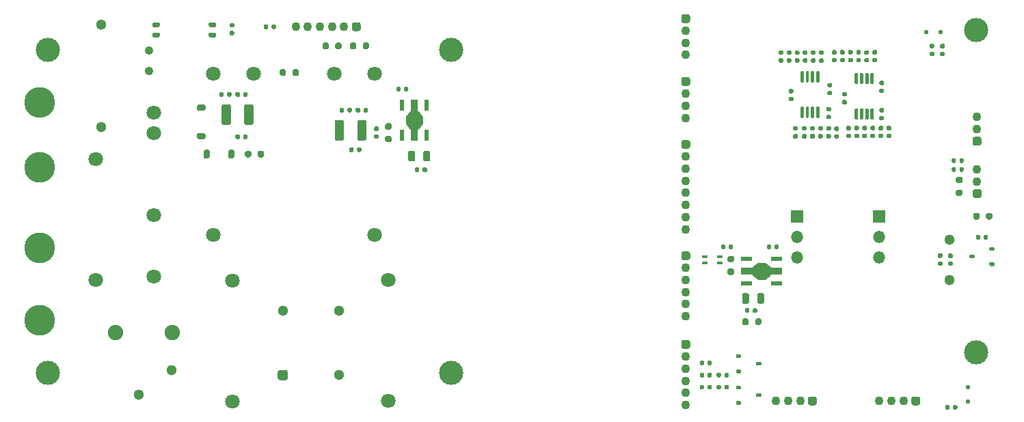
<source format=gbr>
G04 #@! TF.GenerationSoftware,KiCad,Pcbnew,(5.1.6)-1*
G04 #@! TF.CreationDate,2020-08-17T10:20:03+09:00*
G04 #@! TF.ProjectId,spot,73706f74-2e6b-4696-9361-645f70636258,rev?*
G04 #@! TF.SameCoordinates,PX1312d00PYb532b80*
G04 #@! TF.FileFunction,Soldermask,Bot*
G04 #@! TF.FilePolarity,Negative*
%FSLAX46Y46*%
G04 Gerber Fmt 4.6, Leading zero omitted, Abs format (unit mm)*
G04 Created by KiCad (PCBNEW (5.1.6)-1) date 2020-08-17 10:20:03*
%MOMM*%
%LPD*%
G01*
G04 APERTURE LIST*
%ADD10C,0.010000*%
%ADD11C,3.800000*%
%ADD12R,1.400000X0.600000*%
%ADD13R,5.100000X0.900000*%
%ADD14C,1.100000*%
%ADD15C,1.300000*%
%ADD16C,1.800000*%
%ADD17C,3.000000*%
%ADD18R,0.600000X1.400000*%
%ADD19R,0.900000X5.100000*%
%ADD20C,1.900000*%
%ADD21C,1.050000*%
%ADD22C,0.550000*%
%ADD23O,1.500000X1.500000*%
%ADD24R,1.500000X1.500000*%
G04 APERTURE END LIST*
D10*
G36*
X92000000Y17100000D02*
G01*
X92800000Y17100000D01*
X93500000Y17600000D01*
X93500000Y18600000D01*
X92800000Y19100000D01*
X92000000Y19100000D01*
X91300000Y18600000D01*
X91300000Y17600000D01*
X92000000Y17100000D01*
G37*
X92000000Y17100000D02*
X92800000Y17100000D01*
X93500000Y17600000D01*
X93500000Y18600000D01*
X92800000Y19100000D01*
X92000000Y19100000D01*
X91300000Y18600000D01*
X91300000Y17600000D01*
X92000000Y17100000D01*
G36*
X50400000Y36400000D02*
G01*
X50400000Y37200000D01*
X49900000Y37900000D01*
X48900000Y37900000D01*
X48400000Y37200000D01*
X48400000Y36400000D01*
X48900000Y35700000D01*
X49900000Y35700000D01*
X50400000Y36400000D01*
G37*
X50400000Y36400000D02*
X50400000Y37200000D01*
X49900000Y37900000D01*
X48900000Y37900000D01*
X48400000Y37200000D01*
X48400000Y36400000D01*
X48900000Y35700000D01*
X49900000Y35700000D01*
X50400000Y36400000D01*
D11*
X3000000Y31000000D03*
X3000000Y12000000D03*
X3000000Y39000000D03*
X3000000Y21000000D03*
G36*
G01*
X90800000Y12031250D02*
X90800000Y11568750D01*
G75*
G02*
X90606250Y11375000I-193750J0D01*
G01*
X90218750Y11375000D01*
G75*
G02*
X90025000Y11568750I0J193750D01*
G01*
X90025000Y12031250D01*
G75*
G02*
X90218750Y12225000I193750J0D01*
G01*
X90606250Y12225000D01*
G75*
G02*
X90800000Y12031250I0J-193750D01*
G01*
G37*
G36*
G01*
X92375000Y12031250D02*
X92375000Y11568750D01*
G75*
G02*
X92181250Y11375000I-193750J0D01*
G01*
X91793750Y11375000D01*
G75*
G02*
X91600000Y11568750I0J193750D01*
G01*
X91600000Y12031250D01*
G75*
G02*
X91793750Y12225000I193750J0D01*
G01*
X92181250Y12225000D01*
G75*
G02*
X92375000Y12031250I0J-193750D01*
G01*
G37*
D12*
X90550000Y19600000D03*
X90550000Y16600000D03*
X94250000Y16600000D03*
X94250000Y19600000D03*
D13*
X92400000Y18100000D03*
G36*
G01*
X93045000Y20940000D02*
X93045000Y21260000D01*
G75*
G02*
X93180000Y21395000I135000J0D01*
G01*
X93450000Y21395000D01*
G75*
G02*
X93585000Y21260000I0J-135000D01*
G01*
X93585000Y20940000D01*
G75*
G02*
X93450000Y20805000I-135000J0D01*
G01*
X93180000Y20805000D01*
G75*
G02*
X93045000Y20940000I0J135000D01*
G01*
G37*
G36*
G01*
X94015000Y20940000D02*
X94015000Y21260000D01*
G75*
G02*
X94150000Y21395000I135000J0D01*
G01*
X94420000Y21395000D01*
G75*
G02*
X94555000Y21260000I0J-135000D01*
G01*
X94555000Y20940000D01*
G75*
G02*
X94420000Y20805000I-135000J0D01*
G01*
X94150000Y20805000D01*
G75*
G02*
X94015000Y20940000I0J135000D01*
G01*
G37*
D14*
X107000000Y2000000D03*
G36*
G01*
X112050000Y2275000D02*
X112050000Y1725000D01*
G75*
G02*
X111775000Y1450000I-275000J0D01*
G01*
X111225000Y1450000D01*
G75*
G02*
X110950000Y1725000I0J275000D01*
G01*
X110950000Y2275000D01*
G75*
G02*
X111225000Y2550000I275000J0D01*
G01*
X111775000Y2550000D01*
G75*
G02*
X112050000Y2275000I0J-275000D01*
G01*
G37*
X110000000Y2000000D03*
X108500000Y2000000D03*
G36*
G01*
X85637500Y18925000D02*
X85112500Y18925000D01*
G75*
G02*
X85025000Y19012500I0J87500D01*
G01*
X85025000Y19187500D01*
G75*
G02*
X85112500Y19275000I87500J0D01*
G01*
X85637500Y19275000D01*
G75*
G02*
X85725000Y19187500I0J-87500D01*
G01*
X85725000Y19012500D01*
G75*
G02*
X85637500Y18925000I-87500J0D01*
G01*
G37*
G36*
G01*
X85637500Y19725000D02*
X85112500Y19725000D01*
G75*
G02*
X85025000Y19812500I0J87500D01*
G01*
X85025000Y19987500D01*
G75*
G02*
X85112500Y20075000I87500J0D01*
G01*
X85637500Y20075000D01*
G75*
G02*
X85725000Y19987500I0J-87500D01*
G01*
X85725000Y19812500D01*
G75*
G02*
X85637500Y19725000I-87500J0D01*
G01*
G37*
G36*
G01*
X87487500Y18925000D02*
X86962500Y18925000D01*
G75*
G02*
X86875000Y19012500I0J87500D01*
G01*
X86875000Y19187500D01*
G75*
G02*
X86962500Y19275000I87500J0D01*
G01*
X87487500Y19275000D01*
G75*
G02*
X87575000Y19187500I0J-87500D01*
G01*
X87575000Y19012500D01*
G75*
G02*
X87487500Y18925000I-87500J0D01*
G01*
G37*
G36*
G01*
X87487500Y19725000D02*
X86962500Y19725000D01*
G75*
G02*
X86875000Y19812500I0J87500D01*
G01*
X86875000Y19987500D01*
G75*
G02*
X86962500Y20075000I87500J0D01*
G01*
X87487500Y20075000D01*
G75*
G02*
X87575000Y19987500I0J-87500D01*
G01*
X87575000Y19812500D01*
G75*
G02*
X87487500Y19725000I-87500J0D01*
G01*
G37*
G36*
G01*
X22450000Y34662500D02*
X22450000Y35037500D01*
G75*
G02*
X22637500Y35225000I187500J0D01*
G01*
X23362500Y35225000D01*
G75*
G02*
X23550000Y35037500I0J-187500D01*
G01*
X23550000Y34662500D01*
G75*
G02*
X23362500Y34475000I-187500J0D01*
G01*
X22637500Y34475000D01*
G75*
G02*
X22450000Y34662500I0J187500D01*
G01*
G37*
G36*
G01*
X23550000Y38537500D02*
X23550000Y38162500D01*
G75*
G02*
X23362500Y37975000I-187500J0D01*
G01*
X22637500Y37975000D01*
G75*
G02*
X22450000Y38162500I0J187500D01*
G01*
X22450000Y38537500D01*
G75*
G02*
X22637500Y38725000I187500J0D01*
G01*
X23362500Y38725000D01*
G75*
G02*
X23550000Y38537500I0J-187500D01*
G01*
G37*
G36*
G01*
X88368750Y18400000D02*
X88831250Y18400000D01*
G75*
G02*
X89025000Y18206250I0J-193750D01*
G01*
X89025000Y17818750D01*
G75*
G02*
X88831250Y17625000I-193750J0D01*
G01*
X88368750Y17625000D01*
G75*
G02*
X88175000Y17818750I0J193750D01*
G01*
X88175000Y18206250D01*
G75*
G02*
X88368750Y18400000I193750J0D01*
G01*
G37*
G36*
G01*
X88368750Y19975000D02*
X88831250Y19975000D01*
G75*
G02*
X89025000Y19781250I0J-193750D01*
G01*
X89025000Y19393750D01*
G75*
G02*
X88831250Y19200000I-193750J0D01*
G01*
X88368750Y19200000D01*
G75*
G02*
X88175000Y19393750I0J193750D01*
G01*
X88175000Y19781250D01*
G75*
G02*
X88368750Y19975000I193750J0D01*
G01*
G37*
G36*
G01*
X88870000Y21260000D02*
X88870000Y20940000D01*
G75*
G02*
X88735000Y20805000I-135000J0D01*
G01*
X88465000Y20805000D01*
G75*
G02*
X88330000Y20940000I0J135000D01*
G01*
X88330000Y21260000D01*
G75*
G02*
X88465000Y21395000I135000J0D01*
G01*
X88735000Y21395000D01*
G75*
G02*
X88870000Y21260000I0J-135000D01*
G01*
G37*
G36*
G01*
X87900000Y21260000D02*
X87900000Y20940000D01*
G75*
G02*
X87765000Y20805000I-135000J0D01*
G01*
X87495000Y20805000D01*
G75*
G02*
X87360000Y20940000I0J135000D01*
G01*
X87360000Y21260000D01*
G75*
G02*
X87495000Y21395000I135000J0D01*
G01*
X87765000Y21395000D01*
G75*
G02*
X87900000Y21260000I0J-135000D01*
G01*
G37*
G36*
G01*
X90345000Y13040000D02*
X90345000Y13360000D01*
G75*
G02*
X90480000Y13495000I135000J0D01*
G01*
X90750000Y13495000D01*
G75*
G02*
X90885000Y13360000I0J-135000D01*
G01*
X90885000Y13040000D01*
G75*
G02*
X90750000Y12905000I-135000J0D01*
G01*
X90480000Y12905000D01*
G75*
G02*
X90345000Y13040000I0J135000D01*
G01*
G37*
G36*
G01*
X91315000Y13040000D02*
X91315000Y13360000D01*
G75*
G02*
X91450000Y13495000I135000J0D01*
G01*
X91720000Y13495000D01*
G75*
G02*
X91855000Y13360000I0J-135000D01*
G01*
X91855000Y13040000D01*
G75*
G02*
X91720000Y12905000I-135000J0D01*
G01*
X91450000Y12905000D01*
G75*
G02*
X91315000Y13040000I0J135000D01*
G01*
G37*
G36*
G01*
X89987500Y14268750D02*
X89987500Y15131250D01*
G75*
G02*
X90206250Y15350000I218750J0D01*
G01*
X90643750Y15350000D01*
G75*
G02*
X90862500Y15131250I0J-218750D01*
G01*
X90862500Y14268750D01*
G75*
G02*
X90643750Y14050000I-218750J0D01*
G01*
X90206250Y14050000D01*
G75*
G02*
X89987500Y14268750I0J218750D01*
G01*
G37*
G36*
G01*
X91862500Y14268750D02*
X91862500Y15131250D01*
G75*
G02*
X92081250Y15350000I218750J0D01*
G01*
X92518750Y15350000D01*
G75*
G02*
X92737500Y15131250I0J-218750D01*
G01*
X92737500Y14268750D01*
G75*
G02*
X92518750Y14050000I-218750J0D01*
G01*
X92081250Y14050000D01*
G75*
G02*
X91862500Y14268750I0J218750D01*
G01*
G37*
X119100000Y37200000D03*
X119100000Y35700000D03*
G36*
G01*
X119375000Y33650000D02*
X118825000Y33650000D01*
G75*
G02*
X118550000Y33925000I0J275000D01*
G01*
X118550000Y34475000D01*
G75*
G02*
X118825000Y34750000I275000J0D01*
G01*
X119375000Y34750000D01*
G75*
G02*
X119650000Y34475000I0J-275000D01*
G01*
X119650000Y33925000D01*
G75*
G02*
X119375000Y33650000I-275000J0D01*
G01*
G37*
G36*
G01*
X119400000Y25131250D02*
X119400000Y24668750D01*
G75*
G02*
X119206250Y24475000I-193750J0D01*
G01*
X118818750Y24475000D01*
G75*
G02*
X118625000Y24668750I0J193750D01*
G01*
X118625000Y25131250D01*
G75*
G02*
X118818750Y25325000I193750J0D01*
G01*
X119206250Y25325000D01*
G75*
G02*
X119400000Y25131250I0J-193750D01*
G01*
G37*
G36*
G01*
X120975000Y25131250D02*
X120975000Y24668750D01*
G75*
G02*
X120781250Y24475000I-193750J0D01*
G01*
X120393750Y24475000D01*
G75*
G02*
X120200000Y24668750I0J193750D01*
G01*
X120200000Y25131250D01*
G75*
G02*
X120393750Y25325000I193750J0D01*
G01*
X120781250Y25325000D01*
G75*
G02*
X120975000Y25131250I0J-193750D01*
G01*
G37*
X34700000Y48400000D03*
X36200000Y48400000D03*
X37700000Y48400000D03*
G36*
G01*
X42750000Y48675000D02*
X42750000Y48125000D01*
G75*
G02*
X42475000Y47850000I-275000J0D01*
G01*
X41925000Y47850000D01*
G75*
G02*
X41650000Y48125000I0J275000D01*
G01*
X41650000Y48675000D01*
G75*
G02*
X41925000Y48950000I275000J0D01*
G01*
X42475000Y48950000D01*
G75*
G02*
X42750000Y48675000I0J-275000D01*
G01*
G37*
X40700000Y48400000D03*
X39200000Y48400000D03*
X119100000Y30700000D03*
X119100000Y29200000D03*
G36*
G01*
X119375000Y27150000D02*
X118825000Y27150000D01*
G75*
G02*
X118550000Y27425000I0J275000D01*
G01*
X118550000Y27975000D01*
G75*
G02*
X118825000Y28250000I275000J0D01*
G01*
X119375000Y28250000D01*
G75*
G02*
X119650000Y27975000I0J-275000D01*
G01*
X119650000Y27425000D01*
G75*
G02*
X119375000Y27150000I-275000J0D01*
G01*
G37*
D15*
X10600000Y35950000D03*
X10600000Y48650000D03*
D16*
X9900000Y17000000D03*
X9900000Y32000000D03*
G36*
G01*
X23925000Y47227500D02*
X23925000Y47502500D01*
G75*
G02*
X24062500Y47640000I137500J0D01*
G01*
X24737500Y47640000D01*
G75*
G02*
X24875000Y47502500I0J-137500D01*
G01*
X24875000Y47227500D01*
G75*
G02*
X24737500Y47090000I-137500J0D01*
G01*
X24062500Y47090000D01*
G75*
G02*
X23925000Y47227500I0J137500D01*
G01*
G37*
G36*
G01*
X16925000Y48497500D02*
X16925000Y48772500D01*
G75*
G02*
X17062500Y48910000I137500J0D01*
G01*
X17737500Y48910000D01*
G75*
G02*
X17875000Y48772500I0J-137500D01*
G01*
X17875000Y48497500D01*
G75*
G02*
X17737500Y48360000I-137500J0D01*
G01*
X17062500Y48360000D01*
G75*
G02*
X16925000Y48497500I0J137500D01*
G01*
G37*
G36*
G01*
X16925000Y47227500D02*
X16925000Y47502500D01*
G75*
G02*
X17062500Y47640000I137500J0D01*
G01*
X17737500Y47640000D01*
G75*
G02*
X17875000Y47502500I0J-137500D01*
G01*
X17875000Y47227500D01*
G75*
G02*
X17737500Y47090000I-137500J0D01*
G01*
X17062500Y47090000D01*
G75*
G02*
X16925000Y47227500I0J137500D01*
G01*
G37*
G36*
G01*
X23925000Y48497500D02*
X23925000Y48772500D01*
G75*
G02*
X24062500Y48910000I137500J0D01*
G01*
X24737500Y48910000D01*
G75*
G02*
X24875000Y48772500I0J-137500D01*
G01*
X24875000Y48497500D01*
G75*
G02*
X24737500Y48360000I-137500J0D01*
G01*
X24062500Y48360000D01*
G75*
G02*
X23925000Y48497500I0J137500D01*
G01*
G37*
G36*
G01*
X26960000Y47345000D02*
X26640000Y47345000D01*
G75*
G02*
X26505000Y47480000I0J135000D01*
G01*
X26505000Y47750000D01*
G75*
G02*
X26640000Y47885000I135000J0D01*
G01*
X26960000Y47885000D01*
G75*
G02*
X27095000Y47750000I0J-135000D01*
G01*
X27095000Y47480000D01*
G75*
G02*
X26960000Y47345000I-135000J0D01*
G01*
G37*
G36*
G01*
X26960000Y48315000D02*
X26640000Y48315000D01*
G75*
G02*
X26505000Y48450000I0J135000D01*
G01*
X26505000Y48720000D01*
G75*
G02*
X26640000Y48855000I135000J0D01*
G01*
X26960000Y48855000D01*
G75*
G02*
X27095000Y48720000I0J-135000D01*
G01*
X27095000Y48450000D01*
G75*
G02*
X26960000Y48315000I-135000J0D01*
G01*
G37*
D17*
X119000000Y48000000D03*
X119000000Y8000000D03*
X54000000Y5500000D03*
X4000000Y45500000D03*
X54000000Y45500000D03*
X4000000Y5500000D03*
G36*
G01*
X29475000Y38545000D02*
X29475000Y36455000D01*
G75*
G02*
X29245000Y36225000I-230000J0D01*
G01*
X28555000Y36225000D01*
G75*
G02*
X28325000Y36455000I0J230000D01*
G01*
X28325000Y38545000D01*
G75*
G02*
X28555000Y38775000I230000J0D01*
G01*
X29245000Y38775000D01*
G75*
G02*
X29475000Y38545000I0J-230000D01*
G01*
G37*
G36*
G01*
X26675000Y38545000D02*
X26675000Y36455000D01*
G75*
G02*
X26445000Y36225000I-230000J0D01*
G01*
X25755000Y36225000D01*
G75*
G02*
X25525000Y36455000I0J230000D01*
G01*
X25525000Y38545000D01*
G75*
G02*
X25755000Y38775000I230000J0D01*
G01*
X26445000Y38775000D01*
G75*
G02*
X26675000Y38545000I0J-230000D01*
G01*
G37*
G36*
G01*
X43475000Y36595000D02*
X43475000Y34505000D01*
G75*
G02*
X43245000Y34275000I-230000J0D01*
G01*
X42555000Y34275000D01*
G75*
G02*
X42325000Y34505000I0J230000D01*
G01*
X42325000Y36595000D01*
G75*
G02*
X42555000Y36825000I230000J0D01*
G01*
X43245000Y36825000D01*
G75*
G02*
X43475000Y36595000I0J-230000D01*
G01*
G37*
G36*
G01*
X40675000Y36595000D02*
X40675000Y34505000D01*
G75*
G02*
X40445000Y34275000I-230000J0D01*
G01*
X39755000Y34275000D01*
G75*
G02*
X39525000Y34505000I0J230000D01*
G01*
X39525000Y36595000D01*
G75*
G02*
X39755000Y36825000I230000J0D01*
G01*
X40445000Y36825000D01*
G75*
G02*
X40675000Y36595000I0J-230000D01*
G01*
G37*
D15*
X19300000Y5800000D03*
X15300000Y2800000D03*
G36*
G01*
X103950000Y36975000D02*
X103950000Y38175000D01*
G75*
G02*
X104050000Y38275000I100000J0D01*
G01*
X104250000Y38275000D01*
G75*
G02*
X104350000Y38175000I0J-100000D01*
G01*
X104350000Y36975000D01*
G75*
G02*
X104250000Y36875000I-100000J0D01*
G01*
X104050000Y36875000D01*
G75*
G02*
X103950000Y36975000I0J100000D01*
G01*
G37*
G36*
G01*
X104600000Y41375000D02*
X104600000Y42575000D01*
G75*
G02*
X104700000Y42675000I100000J0D01*
G01*
X104900000Y42675000D01*
G75*
G02*
X105000000Y42575000I0J-100000D01*
G01*
X105000000Y41375000D01*
G75*
G02*
X104900000Y41275000I-100000J0D01*
G01*
X104700000Y41275000D01*
G75*
G02*
X104600000Y41375000I0J100000D01*
G01*
G37*
G36*
G01*
X105250000Y41375000D02*
X105250000Y42575000D01*
G75*
G02*
X105350000Y42675000I100000J0D01*
G01*
X105550000Y42675000D01*
G75*
G02*
X105650000Y42575000I0J-100000D01*
G01*
X105650000Y41375000D01*
G75*
G02*
X105550000Y41275000I-100000J0D01*
G01*
X105350000Y41275000D01*
G75*
G02*
X105250000Y41375000I0J100000D01*
G01*
G37*
G36*
G01*
X105250000Y36975000D02*
X105250000Y38175000D01*
G75*
G02*
X105350000Y38275000I100000J0D01*
G01*
X105550000Y38275000D01*
G75*
G02*
X105650000Y38175000I0J-100000D01*
G01*
X105650000Y36975000D01*
G75*
G02*
X105550000Y36875000I-100000J0D01*
G01*
X105350000Y36875000D01*
G75*
G02*
X105250000Y36975000I0J100000D01*
G01*
G37*
G36*
G01*
X103950000Y41375000D02*
X103950000Y42575000D01*
G75*
G02*
X104050000Y42675000I100000J0D01*
G01*
X104250000Y42675000D01*
G75*
G02*
X104350000Y42575000I0J-100000D01*
G01*
X104350000Y41375000D01*
G75*
G02*
X104250000Y41275000I-100000J0D01*
G01*
X104050000Y41275000D01*
G75*
G02*
X103950000Y41375000I0J100000D01*
G01*
G37*
G36*
G01*
X105900000Y36975000D02*
X105900000Y38175000D01*
G75*
G02*
X106000000Y38275000I100000J0D01*
G01*
X106200000Y38275000D01*
G75*
G02*
X106300000Y38175000I0J-100000D01*
G01*
X106300000Y36975000D01*
G75*
G02*
X106200000Y36875000I-100000J0D01*
G01*
X106000000Y36875000D01*
G75*
G02*
X105900000Y36975000I0J100000D01*
G01*
G37*
G36*
G01*
X105900000Y41375000D02*
X105900000Y42575000D01*
G75*
G02*
X106000000Y42675000I100000J0D01*
G01*
X106200000Y42675000D01*
G75*
G02*
X106300000Y42575000I0J-100000D01*
G01*
X106300000Y41375000D01*
G75*
G02*
X106200000Y41275000I-100000J0D01*
G01*
X106000000Y41275000D01*
G75*
G02*
X105900000Y41375000I0J100000D01*
G01*
G37*
G36*
G01*
X104600000Y36975000D02*
X104600000Y38175000D01*
G75*
G02*
X104700000Y38275000I100000J0D01*
G01*
X104900000Y38275000D01*
G75*
G02*
X105000000Y38175000I0J-100000D01*
G01*
X105000000Y36975000D01*
G75*
G02*
X104900000Y36875000I-100000J0D01*
G01*
X104700000Y36875000D01*
G75*
G02*
X104600000Y36975000I0J100000D01*
G01*
G37*
G36*
G01*
X97230000Y37190000D02*
X97230000Y38390000D01*
G75*
G02*
X97330000Y38490000I100000J0D01*
G01*
X97530000Y38490000D01*
G75*
G02*
X97630000Y38390000I0J-100000D01*
G01*
X97630000Y37190000D01*
G75*
G02*
X97530000Y37090000I-100000J0D01*
G01*
X97330000Y37090000D01*
G75*
G02*
X97230000Y37190000I0J100000D01*
G01*
G37*
G36*
G01*
X97880000Y41590000D02*
X97880000Y42790000D01*
G75*
G02*
X97980000Y42890000I100000J0D01*
G01*
X98180000Y42890000D01*
G75*
G02*
X98280000Y42790000I0J-100000D01*
G01*
X98280000Y41590000D01*
G75*
G02*
X98180000Y41490000I-100000J0D01*
G01*
X97980000Y41490000D01*
G75*
G02*
X97880000Y41590000I0J100000D01*
G01*
G37*
G36*
G01*
X98530000Y41590000D02*
X98530000Y42790000D01*
G75*
G02*
X98630000Y42890000I100000J0D01*
G01*
X98830000Y42890000D01*
G75*
G02*
X98930000Y42790000I0J-100000D01*
G01*
X98930000Y41590000D01*
G75*
G02*
X98830000Y41490000I-100000J0D01*
G01*
X98630000Y41490000D01*
G75*
G02*
X98530000Y41590000I0J100000D01*
G01*
G37*
G36*
G01*
X98530000Y37190000D02*
X98530000Y38390000D01*
G75*
G02*
X98630000Y38490000I100000J0D01*
G01*
X98830000Y38490000D01*
G75*
G02*
X98930000Y38390000I0J-100000D01*
G01*
X98930000Y37190000D01*
G75*
G02*
X98830000Y37090000I-100000J0D01*
G01*
X98630000Y37090000D01*
G75*
G02*
X98530000Y37190000I0J100000D01*
G01*
G37*
G36*
G01*
X97230000Y41590000D02*
X97230000Y42790000D01*
G75*
G02*
X97330000Y42890000I100000J0D01*
G01*
X97530000Y42890000D01*
G75*
G02*
X97630000Y42790000I0J-100000D01*
G01*
X97630000Y41590000D01*
G75*
G02*
X97530000Y41490000I-100000J0D01*
G01*
X97330000Y41490000D01*
G75*
G02*
X97230000Y41590000I0J100000D01*
G01*
G37*
G36*
G01*
X99180000Y37190000D02*
X99180000Y38390000D01*
G75*
G02*
X99280000Y38490000I100000J0D01*
G01*
X99480000Y38490000D01*
G75*
G02*
X99580000Y38390000I0J-100000D01*
G01*
X99580000Y37190000D01*
G75*
G02*
X99480000Y37090000I-100000J0D01*
G01*
X99280000Y37090000D01*
G75*
G02*
X99180000Y37190000I0J100000D01*
G01*
G37*
G36*
G01*
X99180000Y41590000D02*
X99180000Y42790000D01*
G75*
G02*
X99280000Y42890000I100000J0D01*
G01*
X99480000Y42890000D01*
G75*
G02*
X99580000Y42790000I0J-100000D01*
G01*
X99580000Y41590000D01*
G75*
G02*
X99480000Y41490000I-100000J0D01*
G01*
X99280000Y41490000D01*
G75*
G02*
X99180000Y41590000I0J100000D01*
G01*
G37*
G36*
G01*
X97880000Y37190000D02*
X97880000Y38390000D01*
G75*
G02*
X97980000Y38490000I100000J0D01*
G01*
X98180000Y38490000D01*
G75*
G02*
X98280000Y38390000I0J-100000D01*
G01*
X98280000Y37190000D01*
G75*
G02*
X98180000Y37090000I-100000J0D01*
G01*
X97980000Y37090000D01*
G75*
G02*
X97880000Y37190000I0J100000D01*
G01*
G37*
G36*
G01*
X120737500Y19175000D02*
X121162500Y19175000D01*
G75*
G02*
X121275000Y19062500I0J-112500D01*
G01*
X121275000Y18837500D01*
G75*
G02*
X121162500Y18725000I-112500J0D01*
G01*
X120737500Y18725000D01*
G75*
G02*
X120625000Y18837500I0J112500D01*
G01*
X120625000Y19062500D01*
G75*
G02*
X120737500Y19175000I112500J0D01*
G01*
G37*
G36*
G01*
X120737500Y21075000D02*
X121162500Y21075000D01*
G75*
G02*
X121275000Y20962500I0J-112500D01*
G01*
X121275000Y20737500D01*
G75*
G02*
X121162500Y20625000I-112500J0D01*
G01*
X120737500Y20625000D01*
G75*
G02*
X120625000Y20737500I0J112500D01*
G01*
X120625000Y20962500D01*
G75*
G02*
X120737500Y21075000I112500J0D01*
G01*
G37*
G36*
G01*
X118237500Y20125000D02*
X118662500Y20125000D01*
G75*
G02*
X118775000Y20012500I0J-112500D01*
G01*
X118775000Y19787500D01*
G75*
G02*
X118662500Y19675000I-112500J0D01*
G01*
X118237500Y19675000D01*
G75*
G02*
X118125000Y19787500I0J112500D01*
G01*
X118125000Y20012500D01*
G75*
G02*
X118237500Y20125000I112500J0D01*
G01*
G37*
G36*
G01*
X89762500Y3425000D02*
X89337500Y3425000D01*
G75*
G02*
X89225000Y3537500I0J112500D01*
G01*
X89225000Y3762500D01*
G75*
G02*
X89337500Y3875000I112500J0D01*
G01*
X89762500Y3875000D01*
G75*
G02*
X89875000Y3762500I0J-112500D01*
G01*
X89875000Y3537500D01*
G75*
G02*
X89762500Y3425000I-112500J0D01*
G01*
G37*
G36*
G01*
X89762500Y1525000D02*
X89337500Y1525000D01*
G75*
G02*
X89225000Y1637500I0J112500D01*
G01*
X89225000Y1862500D01*
G75*
G02*
X89337500Y1975000I112500J0D01*
G01*
X89762500Y1975000D01*
G75*
G02*
X89875000Y1862500I0J-112500D01*
G01*
X89875000Y1637500D01*
G75*
G02*
X89762500Y1525000I-112500J0D01*
G01*
G37*
G36*
G01*
X92262500Y2475000D02*
X91837500Y2475000D01*
G75*
G02*
X91725000Y2587500I0J112500D01*
G01*
X91725000Y2812500D01*
G75*
G02*
X91837500Y2925000I112500J0D01*
G01*
X92262500Y2925000D01*
G75*
G02*
X92375000Y2812500I0J-112500D01*
G01*
X92375000Y2587500D01*
G75*
G02*
X92262500Y2475000I-112500J0D01*
G01*
G37*
G36*
G01*
X89762500Y7325000D02*
X89337500Y7325000D01*
G75*
G02*
X89225000Y7437500I0J112500D01*
G01*
X89225000Y7662500D01*
G75*
G02*
X89337500Y7775000I112500J0D01*
G01*
X89762500Y7775000D01*
G75*
G02*
X89875000Y7662500I0J-112500D01*
G01*
X89875000Y7437500D01*
G75*
G02*
X89762500Y7325000I-112500J0D01*
G01*
G37*
G36*
G01*
X89762500Y5425000D02*
X89337500Y5425000D01*
G75*
G02*
X89225000Y5537500I0J112500D01*
G01*
X89225000Y5762500D01*
G75*
G02*
X89337500Y5875000I112500J0D01*
G01*
X89762500Y5875000D01*
G75*
G02*
X89875000Y5762500I0J-112500D01*
G01*
X89875000Y5537500D01*
G75*
G02*
X89762500Y5425000I-112500J0D01*
G01*
G37*
G36*
G01*
X92262500Y6375000D02*
X91837500Y6375000D01*
G75*
G02*
X91725000Y6487500I0J112500D01*
G01*
X91725000Y6712500D01*
G75*
G02*
X91837500Y6825000I112500J0D01*
G01*
X92262500Y6825000D01*
G75*
G02*
X92375000Y6712500I0J-112500D01*
G01*
X92375000Y6487500D01*
G75*
G02*
X92262500Y6375000I-112500J0D01*
G01*
G37*
D18*
X47900000Y34950000D03*
X50900000Y34950000D03*
X50900000Y38650000D03*
X47900000Y38650000D03*
D19*
X49400000Y36800000D03*
D16*
X24500000Y42600000D03*
X44500000Y42600000D03*
X24500000Y22600000D03*
X39500000Y42600000D03*
X29500000Y42600000D03*
X44500000Y22600000D03*
X17100000Y37750000D03*
X17100000Y35210000D03*
X17100000Y25050000D03*
X17100000Y17430000D03*
D20*
X19400000Y10500000D03*
X12400000Y10500000D03*
D21*
X16500000Y42930000D03*
X16500000Y45470000D03*
D22*
X112800000Y47700000D03*
X114600000Y47700000D03*
X118000000Y3700000D03*
X118000000Y1900000D03*
G36*
G01*
X105260000Y45470000D02*
X105580000Y45470000D01*
G75*
G02*
X105715000Y45335000I0J-135000D01*
G01*
X105715000Y45065000D01*
G75*
G02*
X105580000Y44930000I-135000J0D01*
G01*
X105260000Y44930000D01*
G75*
G02*
X105125000Y45065000I0J135000D01*
G01*
X105125000Y45335000D01*
G75*
G02*
X105260000Y45470000I135000J0D01*
G01*
G37*
G36*
G01*
X105260000Y44500000D02*
X105580000Y44500000D01*
G75*
G02*
X105715000Y44365000I0J-135000D01*
G01*
X105715000Y44095000D01*
G75*
G02*
X105580000Y43960000I-135000J0D01*
G01*
X105260000Y43960000D01*
G75*
G02*
X105125000Y44095000I0J135000D01*
G01*
X105125000Y44365000D01*
G75*
G02*
X105260000Y44500000I135000J0D01*
G01*
G37*
G36*
G01*
X106580000Y43975000D02*
X106260000Y43975000D01*
G75*
G02*
X106125000Y44110000I0J135000D01*
G01*
X106125000Y44380000D01*
G75*
G02*
X106260000Y44515000I135000J0D01*
G01*
X106580000Y44515000D01*
G75*
G02*
X106715000Y44380000I0J-135000D01*
G01*
X106715000Y44110000D01*
G75*
G02*
X106580000Y43975000I-135000J0D01*
G01*
G37*
G36*
G01*
X106580000Y44945000D02*
X106260000Y44945000D01*
G75*
G02*
X106125000Y45080000I0J135000D01*
G01*
X106125000Y45350000D01*
G75*
G02*
X106260000Y45485000I135000J0D01*
G01*
X106580000Y45485000D01*
G75*
G02*
X106715000Y45350000I0J-135000D01*
G01*
X106715000Y45080000D01*
G75*
G02*
X106580000Y44945000I-135000J0D01*
G01*
G37*
G36*
G01*
X102580000Y43975000D02*
X102260000Y43975000D01*
G75*
G02*
X102125000Y44110000I0J135000D01*
G01*
X102125000Y44380000D01*
G75*
G02*
X102260000Y44515000I135000J0D01*
G01*
X102580000Y44515000D01*
G75*
G02*
X102715000Y44380000I0J-135000D01*
G01*
X102715000Y44110000D01*
G75*
G02*
X102580000Y43975000I-135000J0D01*
G01*
G37*
G36*
G01*
X102580000Y44945000D02*
X102260000Y44945000D01*
G75*
G02*
X102125000Y45080000I0J135000D01*
G01*
X102125000Y45350000D01*
G75*
G02*
X102260000Y45485000I135000J0D01*
G01*
X102580000Y45485000D01*
G75*
G02*
X102715000Y45350000I0J-135000D01*
G01*
X102715000Y45080000D01*
G75*
G02*
X102580000Y44945000I-135000J0D01*
G01*
G37*
G36*
G01*
X103580000Y43975000D02*
X103260000Y43975000D01*
G75*
G02*
X103125000Y44110000I0J135000D01*
G01*
X103125000Y44380000D01*
G75*
G02*
X103260000Y44515000I135000J0D01*
G01*
X103580000Y44515000D01*
G75*
G02*
X103715000Y44380000I0J-135000D01*
G01*
X103715000Y44110000D01*
G75*
G02*
X103580000Y43975000I-135000J0D01*
G01*
G37*
G36*
G01*
X103580000Y44945000D02*
X103260000Y44945000D01*
G75*
G02*
X103125000Y45080000I0J135000D01*
G01*
X103125000Y45350000D01*
G75*
G02*
X103260000Y45485000I135000J0D01*
G01*
X103580000Y45485000D01*
G75*
G02*
X103715000Y45350000I0J-135000D01*
G01*
X103715000Y45080000D01*
G75*
G02*
X103580000Y44945000I-135000J0D01*
G01*
G37*
G36*
G01*
X107340000Y34585000D02*
X107020000Y34585000D01*
G75*
G02*
X106885000Y34720000I0J135000D01*
G01*
X106885000Y34990000D01*
G75*
G02*
X107020000Y35125000I135000J0D01*
G01*
X107340000Y35125000D01*
G75*
G02*
X107475000Y34990000I0J-135000D01*
G01*
X107475000Y34720000D01*
G75*
G02*
X107340000Y34585000I-135000J0D01*
G01*
G37*
G36*
G01*
X107340000Y35555000D02*
X107020000Y35555000D01*
G75*
G02*
X106885000Y35690000I0J135000D01*
G01*
X106885000Y35960000D01*
G75*
G02*
X107020000Y36095000I135000J0D01*
G01*
X107340000Y36095000D01*
G75*
G02*
X107475000Y35960000I0J-135000D01*
G01*
X107475000Y35690000D01*
G75*
G02*
X107340000Y35555000I-135000J0D01*
G01*
G37*
G36*
G01*
X108020000Y36095000D02*
X108340000Y36095000D01*
G75*
G02*
X108475000Y35960000I0J-135000D01*
G01*
X108475000Y35690000D01*
G75*
G02*
X108340000Y35555000I-135000J0D01*
G01*
X108020000Y35555000D01*
G75*
G02*
X107885000Y35690000I0J135000D01*
G01*
X107885000Y35960000D01*
G75*
G02*
X108020000Y36095000I135000J0D01*
G01*
G37*
G36*
G01*
X108020000Y35125000D02*
X108340000Y35125000D01*
G75*
G02*
X108475000Y34990000I0J-135000D01*
G01*
X108475000Y34720000D01*
G75*
G02*
X108340000Y34585000I-135000J0D01*
G01*
X108020000Y34585000D01*
G75*
G02*
X107885000Y34720000I0J135000D01*
G01*
X107885000Y34990000D01*
G75*
G02*
X108020000Y35125000I135000J0D01*
G01*
G37*
G36*
G01*
X104020000Y36095000D02*
X104340000Y36095000D01*
G75*
G02*
X104475000Y35960000I0J-135000D01*
G01*
X104475000Y35690000D01*
G75*
G02*
X104340000Y35555000I-135000J0D01*
G01*
X104020000Y35555000D01*
G75*
G02*
X103885000Y35690000I0J135000D01*
G01*
X103885000Y35960000D01*
G75*
G02*
X104020000Y36095000I135000J0D01*
G01*
G37*
G36*
G01*
X104020000Y35125000D02*
X104340000Y35125000D01*
G75*
G02*
X104475000Y34990000I0J-135000D01*
G01*
X104475000Y34720000D01*
G75*
G02*
X104340000Y34585000I-135000J0D01*
G01*
X104020000Y34585000D01*
G75*
G02*
X103885000Y34720000I0J135000D01*
G01*
X103885000Y34990000D01*
G75*
G02*
X104020000Y35125000I135000J0D01*
G01*
G37*
G36*
G01*
X105020000Y36095000D02*
X105340000Y36095000D01*
G75*
G02*
X105475000Y35960000I0J-135000D01*
G01*
X105475000Y35690000D01*
G75*
G02*
X105340000Y35555000I-135000J0D01*
G01*
X105020000Y35555000D01*
G75*
G02*
X104885000Y35690000I0J135000D01*
G01*
X104885000Y35960000D01*
G75*
G02*
X105020000Y36095000I135000J0D01*
G01*
G37*
G36*
G01*
X105020000Y35125000D02*
X105340000Y35125000D01*
G75*
G02*
X105475000Y34990000I0J-135000D01*
G01*
X105475000Y34720000D01*
G75*
G02*
X105340000Y34585000I-135000J0D01*
G01*
X105020000Y34585000D01*
G75*
G02*
X104885000Y34720000I0J135000D01*
G01*
X104885000Y34990000D01*
G75*
G02*
X105020000Y35125000I135000J0D01*
G01*
G37*
G36*
G01*
X98645000Y45445000D02*
X98965000Y45445000D01*
G75*
G02*
X99100000Y45310000I0J-135000D01*
G01*
X99100000Y45040000D01*
G75*
G02*
X98965000Y44905000I-135000J0D01*
G01*
X98645000Y44905000D01*
G75*
G02*
X98510000Y45040000I0J135000D01*
G01*
X98510000Y45310000D01*
G75*
G02*
X98645000Y45445000I135000J0D01*
G01*
G37*
G36*
G01*
X98645000Y44475000D02*
X98965000Y44475000D01*
G75*
G02*
X99100000Y44340000I0J-135000D01*
G01*
X99100000Y44070000D01*
G75*
G02*
X98965000Y43935000I-135000J0D01*
G01*
X98645000Y43935000D01*
G75*
G02*
X98510000Y44070000I0J135000D01*
G01*
X98510000Y44340000D01*
G75*
G02*
X98645000Y44475000I135000J0D01*
G01*
G37*
G36*
G01*
X99965000Y43935000D02*
X99645000Y43935000D01*
G75*
G02*
X99510000Y44070000I0J135000D01*
G01*
X99510000Y44340000D01*
G75*
G02*
X99645000Y44475000I135000J0D01*
G01*
X99965000Y44475000D01*
G75*
G02*
X100100000Y44340000I0J-135000D01*
G01*
X100100000Y44070000D01*
G75*
G02*
X99965000Y43935000I-135000J0D01*
G01*
G37*
G36*
G01*
X99965000Y44905000D02*
X99645000Y44905000D01*
G75*
G02*
X99510000Y45040000I0J135000D01*
G01*
X99510000Y45310000D01*
G75*
G02*
X99645000Y45445000I135000J0D01*
G01*
X99965000Y45445000D01*
G75*
G02*
X100100000Y45310000I0J-135000D01*
G01*
X100100000Y45040000D01*
G75*
G02*
X99965000Y44905000I-135000J0D01*
G01*
G37*
G36*
G01*
X95965000Y43935000D02*
X95645000Y43935000D01*
G75*
G02*
X95510000Y44070000I0J135000D01*
G01*
X95510000Y44340000D01*
G75*
G02*
X95645000Y44475000I135000J0D01*
G01*
X95965000Y44475000D01*
G75*
G02*
X96100000Y44340000I0J-135000D01*
G01*
X96100000Y44070000D01*
G75*
G02*
X95965000Y43935000I-135000J0D01*
G01*
G37*
G36*
G01*
X95965000Y44905000D02*
X95645000Y44905000D01*
G75*
G02*
X95510000Y45040000I0J135000D01*
G01*
X95510000Y45310000D01*
G75*
G02*
X95645000Y45445000I135000J0D01*
G01*
X95965000Y45445000D01*
G75*
G02*
X96100000Y45310000I0J-135000D01*
G01*
X96100000Y45040000D01*
G75*
G02*
X95965000Y44905000I-135000J0D01*
G01*
G37*
G36*
G01*
X96965000Y43935000D02*
X96645000Y43935000D01*
G75*
G02*
X96510000Y44070000I0J135000D01*
G01*
X96510000Y44340000D01*
G75*
G02*
X96645000Y44475000I135000J0D01*
G01*
X96965000Y44475000D01*
G75*
G02*
X97100000Y44340000I0J-135000D01*
G01*
X97100000Y44070000D01*
G75*
G02*
X96965000Y43935000I-135000J0D01*
G01*
G37*
G36*
G01*
X96965000Y44905000D02*
X96645000Y44905000D01*
G75*
G02*
X96510000Y45040000I0J135000D01*
G01*
X96510000Y45310000D01*
G75*
G02*
X96645000Y45445000I135000J0D01*
G01*
X96965000Y45445000D01*
G75*
G02*
X97100000Y45310000I0J-135000D01*
G01*
X97100000Y45040000D01*
G75*
G02*
X96965000Y44905000I-135000J0D01*
G01*
G37*
G36*
G01*
X100865000Y34535000D02*
X100545000Y34535000D01*
G75*
G02*
X100410000Y34670000I0J135000D01*
G01*
X100410000Y34940000D01*
G75*
G02*
X100545000Y35075000I135000J0D01*
G01*
X100865000Y35075000D01*
G75*
G02*
X101000000Y34940000I0J-135000D01*
G01*
X101000000Y34670000D01*
G75*
G02*
X100865000Y34535000I-135000J0D01*
G01*
G37*
G36*
G01*
X100865000Y35505000D02*
X100545000Y35505000D01*
G75*
G02*
X100410000Y35640000I0J135000D01*
G01*
X100410000Y35910000D01*
G75*
G02*
X100545000Y36045000I135000J0D01*
G01*
X100865000Y36045000D01*
G75*
G02*
X101000000Y35910000I0J-135000D01*
G01*
X101000000Y35640000D01*
G75*
G02*
X100865000Y35505000I-135000J0D01*
G01*
G37*
G36*
G01*
X101545000Y36030000D02*
X101865000Y36030000D01*
G75*
G02*
X102000000Y35895000I0J-135000D01*
G01*
X102000000Y35625000D01*
G75*
G02*
X101865000Y35490000I-135000J0D01*
G01*
X101545000Y35490000D01*
G75*
G02*
X101410000Y35625000I0J135000D01*
G01*
X101410000Y35895000D01*
G75*
G02*
X101545000Y36030000I135000J0D01*
G01*
G37*
G36*
G01*
X101545000Y35060000D02*
X101865000Y35060000D01*
G75*
G02*
X102000000Y34925000I0J-135000D01*
G01*
X102000000Y34655000D01*
G75*
G02*
X101865000Y34520000I-135000J0D01*
G01*
X101545000Y34520000D01*
G75*
G02*
X101410000Y34655000I0J135000D01*
G01*
X101410000Y34925000D01*
G75*
G02*
X101545000Y35060000I135000J0D01*
G01*
G37*
G36*
G01*
X97545000Y36045000D02*
X97865000Y36045000D01*
G75*
G02*
X98000000Y35910000I0J-135000D01*
G01*
X98000000Y35640000D01*
G75*
G02*
X97865000Y35505000I-135000J0D01*
G01*
X97545000Y35505000D01*
G75*
G02*
X97410000Y35640000I0J135000D01*
G01*
X97410000Y35910000D01*
G75*
G02*
X97545000Y36045000I135000J0D01*
G01*
G37*
G36*
G01*
X97545000Y35075000D02*
X97865000Y35075000D01*
G75*
G02*
X98000000Y34940000I0J-135000D01*
G01*
X98000000Y34670000D01*
G75*
G02*
X97865000Y34535000I-135000J0D01*
G01*
X97545000Y34535000D01*
G75*
G02*
X97410000Y34670000I0J135000D01*
G01*
X97410000Y34940000D01*
G75*
G02*
X97545000Y35075000I135000J0D01*
G01*
G37*
G36*
G01*
X98545000Y36060000D02*
X98865000Y36060000D01*
G75*
G02*
X99000000Y35925000I0J-135000D01*
G01*
X99000000Y35655000D01*
G75*
G02*
X98865000Y35520000I-135000J0D01*
G01*
X98545000Y35520000D01*
G75*
G02*
X98410000Y35655000I0J135000D01*
G01*
X98410000Y35925000D01*
G75*
G02*
X98545000Y36060000I135000J0D01*
G01*
G37*
G36*
G01*
X98545000Y35090000D02*
X98865000Y35090000D01*
G75*
G02*
X99000000Y34955000I0J-135000D01*
G01*
X99000000Y34685000D01*
G75*
G02*
X98865000Y34550000I-135000J0D01*
G01*
X98545000Y34550000D01*
G75*
G02*
X98410000Y34685000I0J135000D01*
G01*
X98410000Y34955000D01*
G75*
G02*
X98545000Y35090000I135000J0D01*
G01*
G37*
G36*
G01*
X120455000Y22460000D02*
X120455000Y22140000D01*
G75*
G02*
X120320000Y22005000I-135000J0D01*
G01*
X120050000Y22005000D01*
G75*
G02*
X119915000Y22140000I0J135000D01*
G01*
X119915000Y22460000D01*
G75*
G02*
X120050000Y22595000I135000J0D01*
G01*
X120320000Y22595000D01*
G75*
G02*
X120455000Y22460000I0J-135000D01*
G01*
G37*
G36*
G01*
X119485000Y22460000D02*
X119485000Y22140000D01*
G75*
G02*
X119350000Y22005000I-135000J0D01*
G01*
X119080000Y22005000D01*
G75*
G02*
X118945000Y22140000I0J135000D01*
G01*
X118945000Y22460000D01*
G75*
G02*
X119080000Y22595000I135000J0D01*
G01*
X119350000Y22595000D01*
G75*
G02*
X119485000Y22460000I0J-135000D01*
G01*
G37*
G36*
G01*
X115960000Y18745000D02*
X115640000Y18745000D01*
G75*
G02*
X115505000Y18880000I0J135000D01*
G01*
X115505000Y19150000D01*
G75*
G02*
X115640000Y19285000I135000J0D01*
G01*
X115960000Y19285000D01*
G75*
G02*
X116095000Y19150000I0J-135000D01*
G01*
X116095000Y18880000D01*
G75*
G02*
X115960000Y18745000I-135000J0D01*
G01*
G37*
G36*
G01*
X115960000Y19715000D02*
X115640000Y19715000D01*
G75*
G02*
X115505000Y19850000I0J135000D01*
G01*
X115505000Y20120000D01*
G75*
G02*
X115640000Y20255000I135000J0D01*
G01*
X115960000Y20255000D01*
G75*
G02*
X116095000Y20120000I0J-135000D01*
G01*
X116095000Y19850000D01*
G75*
G02*
X115960000Y19715000I-135000J0D01*
G01*
G37*
G36*
G01*
X88355000Y3860000D02*
X88355000Y3540000D01*
G75*
G02*
X88220000Y3405000I-135000J0D01*
G01*
X87950000Y3405000D01*
G75*
G02*
X87815000Y3540000I0J135000D01*
G01*
X87815000Y3860000D01*
G75*
G02*
X87950000Y3995000I135000J0D01*
G01*
X88220000Y3995000D01*
G75*
G02*
X88355000Y3860000I0J-135000D01*
G01*
G37*
G36*
G01*
X87385000Y3860000D02*
X87385000Y3540000D01*
G75*
G02*
X87250000Y3405000I-135000J0D01*
G01*
X86980000Y3405000D01*
G75*
G02*
X86845000Y3540000I0J135000D01*
G01*
X86845000Y3860000D01*
G75*
G02*
X86980000Y3995000I135000J0D01*
G01*
X87250000Y3995000D01*
G75*
G02*
X87385000Y3860000I0J-135000D01*
G01*
G37*
G36*
G01*
X115945000Y31640000D02*
X115945000Y31960000D01*
G75*
G02*
X116080000Y32095000I135000J0D01*
G01*
X116350000Y32095000D01*
G75*
G02*
X116485000Y31960000I0J-135000D01*
G01*
X116485000Y31640000D01*
G75*
G02*
X116350000Y31505000I-135000J0D01*
G01*
X116080000Y31505000D01*
G75*
G02*
X115945000Y31640000I0J135000D01*
G01*
G37*
G36*
G01*
X116915000Y31640000D02*
X116915000Y31960000D01*
G75*
G02*
X117050000Y32095000I135000J0D01*
G01*
X117320000Y32095000D01*
G75*
G02*
X117455000Y31960000I0J-135000D01*
G01*
X117455000Y31640000D01*
G75*
G02*
X117320000Y31505000I-135000J0D01*
G01*
X117050000Y31505000D01*
G75*
G02*
X116915000Y31640000I0J135000D01*
G01*
G37*
G36*
G01*
X86255000Y3860000D02*
X86255000Y3540000D01*
G75*
G02*
X86120000Y3405000I-135000J0D01*
G01*
X85850000Y3405000D01*
G75*
G02*
X85715000Y3540000I0J135000D01*
G01*
X85715000Y3860000D01*
G75*
G02*
X85850000Y3995000I135000J0D01*
G01*
X86120000Y3995000D01*
G75*
G02*
X86255000Y3860000I0J-135000D01*
G01*
G37*
G36*
G01*
X85285000Y3860000D02*
X85285000Y3540000D01*
G75*
G02*
X85150000Y3405000I-135000J0D01*
G01*
X84880000Y3405000D01*
G75*
G02*
X84745000Y3540000I0J135000D01*
G01*
X84745000Y3860000D01*
G75*
G02*
X84880000Y3995000I135000J0D01*
G01*
X85150000Y3995000D01*
G75*
G02*
X85285000Y3860000I0J-135000D01*
G01*
G37*
G36*
G01*
X86255000Y5360000D02*
X86255000Y5040000D01*
G75*
G02*
X86120000Y4905000I-135000J0D01*
G01*
X85850000Y4905000D01*
G75*
G02*
X85715000Y5040000I0J135000D01*
G01*
X85715000Y5360000D01*
G75*
G02*
X85850000Y5495000I135000J0D01*
G01*
X86120000Y5495000D01*
G75*
G02*
X86255000Y5360000I0J-135000D01*
G01*
G37*
G36*
G01*
X85285000Y5360000D02*
X85285000Y5040000D01*
G75*
G02*
X85150000Y4905000I-135000J0D01*
G01*
X84880000Y4905000D01*
G75*
G02*
X84745000Y5040000I0J135000D01*
G01*
X84745000Y5360000D01*
G75*
G02*
X84880000Y5495000I135000J0D01*
G01*
X85150000Y5495000D01*
G75*
G02*
X85285000Y5360000I0J-135000D01*
G01*
G37*
G36*
G01*
X86255000Y6860000D02*
X86255000Y6540000D01*
G75*
G02*
X86120000Y6405000I-135000J0D01*
G01*
X85850000Y6405000D01*
G75*
G02*
X85715000Y6540000I0J135000D01*
G01*
X85715000Y6860000D01*
G75*
G02*
X85850000Y6995000I135000J0D01*
G01*
X86120000Y6995000D01*
G75*
G02*
X86255000Y6860000I0J-135000D01*
G01*
G37*
G36*
G01*
X85285000Y6860000D02*
X85285000Y6540000D01*
G75*
G02*
X85150000Y6405000I-135000J0D01*
G01*
X84880000Y6405000D01*
G75*
G02*
X84745000Y6540000I0J135000D01*
G01*
X84745000Y6860000D01*
G75*
G02*
X84880000Y6995000I135000J0D01*
G01*
X85150000Y6995000D01*
G75*
G02*
X85285000Y6860000I0J-135000D01*
G01*
G37*
G36*
G01*
X115945000Y30540000D02*
X115945000Y30860000D01*
G75*
G02*
X116080000Y30995000I135000J0D01*
G01*
X116350000Y30995000D01*
G75*
G02*
X116485000Y30860000I0J-135000D01*
G01*
X116485000Y30540000D01*
G75*
G02*
X116350000Y30405000I-135000J0D01*
G01*
X116080000Y30405000D01*
G75*
G02*
X115945000Y30540000I0J135000D01*
G01*
G37*
G36*
G01*
X116915000Y30540000D02*
X116915000Y30860000D01*
G75*
G02*
X117050000Y30995000I135000J0D01*
G01*
X117320000Y30995000D01*
G75*
G02*
X117455000Y30860000I0J-135000D01*
G01*
X117455000Y30540000D01*
G75*
G02*
X117320000Y30405000I-135000J0D01*
G01*
X117050000Y30405000D01*
G75*
G02*
X116915000Y30540000I0J135000D01*
G01*
G37*
G36*
G01*
X114365000Y20280000D02*
X114685000Y20280000D01*
G75*
G02*
X114820000Y20145000I0J-135000D01*
G01*
X114820000Y19875000D01*
G75*
G02*
X114685000Y19740000I-135000J0D01*
G01*
X114365000Y19740000D01*
G75*
G02*
X114230000Y19875000I0J135000D01*
G01*
X114230000Y20145000D01*
G75*
G02*
X114365000Y20280000I135000J0D01*
G01*
G37*
G36*
G01*
X114365000Y19310000D02*
X114685000Y19310000D01*
G75*
G02*
X114820000Y19175000I0J-135000D01*
G01*
X114820000Y18905000D01*
G75*
G02*
X114685000Y18770000I-135000J0D01*
G01*
X114365000Y18770000D01*
G75*
G02*
X114230000Y18905000I0J135000D01*
G01*
X114230000Y19175000D01*
G75*
G02*
X114365000Y19310000I135000J0D01*
G01*
G37*
G36*
G01*
X88355000Y5360000D02*
X88355000Y5040000D01*
G75*
G02*
X88220000Y4905000I-135000J0D01*
G01*
X87950000Y4905000D01*
G75*
G02*
X87815000Y5040000I0J135000D01*
G01*
X87815000Y5360000D01*
G75*
G02*
X87950000Y5495000I135000J0D01*
G01*
X88220000Y5495000D01*
G75*
G02*
X88355000Y5360000I0J-135000D01*
G01*
G37*
G36*
G01*
X87385000Y5360000D02*
X87385000Y5040000D01*
G75*
G02*
X87250000Y4905000I-135000J0D01*
G01*
X86980000Y4905000D01*
G75*
G02*
X86845000Y5040000I0J135000D01*
G01*
X86845000Y5360000D01*
G75*
G02*
X86980000Y5495000I135000J0D01*
G01*
X87250000Y5495000D01*
G75*
G02*
X87385000Y5360000I0J-135000D01*
G01*
G37*
G36*
G01*
X113340000Y46255000D02*
X113660000Y46255000D01*
G75*
G02*
X113795000Y46120000I0J-135000D01*
G01*
X113795000Y45850000D01*
G75*
G02*
X113660000Y45715000I-135000J0D01*
G01*
X113340000Y45715000D01*
G75*
G02*
X113205000Y45850000I0J135000D01*
G01*
X113205000Y46120000D01*
G75*
G02*
X113340000Y46255000I135000J0D01*
G01*
G37*
G36*
G01*
X113340000Y45285000D02*
X113660000Y45285000D01*
G75*
G02*
X113795000Y45150000I0J-135000D01*
G01*
X113795000Y44880000D01*
G75*
G02*
X113660000Y44745000I-135000J0D01*
G01*
X113340000Y44745000D01*
G75*
G02*
X113205000Y44880000I0J135000D01*
G01*
X113205000Y45150000D01*
G75*
G02*
X113340000Y45285000I135000J0D01*
G01*
G37*
G36*
G01*
X116655000Y1360000D02*
X116655000Y1040000D01*
G75*
G02*
X116520000Y905000I-135000J0D01*
G01*
X116250000Y905000D01*
G75*
G02*
X116115000Y1040000I0J135000D01*
G01*
X116115000Y1360000D01*
G75*
G02*
X116250000Y1495000I135000J0D01*
G01*
X116520000Y1495000D01*
G75*
G02*
X116655000Y1360000I0J-135000D01*
G01*
G37*
G36*
G01*
X115685000Y1360000D02*
X115685000Y1040000D01*
G75*
G02*
X115550000Y905000I-135000J0D01*
G01*
X115280000Y905000D01*
G75*
G02*
X115145000Y1040000I0J135000D01*
G01*
X115145000Y1360000D01*
G75*
G02*
X115280000Y1495000I135000J0D01*
G01*
X115550000Y1495000D01*
G75*
G02*
X115685000Y1360000I0J-135000D01*
G01*
G37*
G36*
G01*
X47145000Y40490000D02*
X47145000Y40810000D01*
G75*
G02*
X47280000Y40945000I135000J0D01*
G01*
X47550000Y40945000D01*
G75*
G02*
X47685000Y40810000I0J-135000D01*
G01*
X47685000Y40490000D01*
G75*
G02*
X47550000Y40355000I-135000J0D01*
G01*
X47280000Y40355000D01*
G75*
G02*
X47145000Y40490000I0J135000D01*
G01*
G37*
G36*
G01*
X48115000Y40490000D02*
X48115000Y40810000D01*
G75*
G02*
X48250000Y40945000I135000J0D01*
G01*
X48520000Y40945000D01*
G75*
G02*
X48655000Y40810000I0J-135000D01*
G01*
X48655000Y40490000D01*
G75*
G02*
X48520000Y40355000I-135000J0D01*
G01*
X48250000Y40355000D01*
G75*
G02*
X48115000Y40490000I0J135000D01*
G01*
G37*
G36*
G01*
X25245000Y39840000D02*
X25245000Y40160000D01*
G75*
G02*
X25380000Y40295000I135000J0D01*
G01*
X25650000Y40295000D01*
G75*
G02*
X25785000Y40160000I0J-135000D01*
G01*
X25785000Y39840000D01*
G75*
G02*
X25650000Y39705000I-135000J0D01*
G01*
X25380000Y39705000D01*
G75*
G02*
X25245000Y39840000I0J135000D01*
G01*
G37*
G36*
G01*
X26215000Y39840000D02*
X26215000Y40160000D01*
G75*
G02*
X26350000Y40295000I135000J0D01*
G01*
X26620000Y40295000D01*
G75*
G02*
X26755000Y40160000I0J-135000D01*
G01*
X26755000Y39840000D01*
G75*
G02*
X26620000Y39705000I-135000J0D01*
G01*
X26350000Y39705000D01*
G75*
G02*
X26215000Y39840000I0J135000D01*
G01*
G37*
G36*
G01*
X40145000Y37890000D02*
X40145000Y38210000D01*
G75*
G02*
X40280000Y38345000I135000J0D01*
G01*
X40550000Y38345000D01*
G75*
G02*
X40685000Y38210000I0J-135000D01*
G01*
X40685000Y37890000D01*
G75*
G02*
X40550000Y37755000I-135000J0D01*
G01*
X40280000Y37755000D01*
G75*
G02*
X40145000Y37890000I0J135000D01*
G01*
G37*
G36*
G01*
X41115000Y37890000D02*
X41115000Y38210000D01*
G75*
G02*
X41250000Y38345000I135000J0D01*
G01*
X41520000Y38345000D01*
G75*
G02*
X41655000Y38210000I0J-135000D01*
G01*
X41655000Y37890000D01*
G75*
G02*
X41520000Y37755000I-135000J0D01*
G01*
X41250000Y37755000D01*
G75*
G02*
X41115000Y37890000I0J135000D01*
G01*
G37*
G36*
G01*
X34300000Y42468750D02*
X34300000Y42931250D01*
G75*
G02*
X34493750Y43125000I193750J0D01*
G01*
X34881250Y43125000D01*
G75*
G02*
X35075000Y42931250I0J-193750D01*
G01*
X35075000Y42468750D01*
G75*
G02*
X34881250Y42275000I-193750J0D01*
G01*
X34493750Y42275000D01*
G75*
G02*
X34300000Y42468750I0J193750D01*
G01*
G37*
G36*
G01*
X32725000Y42468750D02*
X32725000Y42931250D01*
G75*
G02*
X32918750Y43125000I193750J0D01*
G01*
X33306250Y43125000D01*
G75*
G02*
X33500000Y42931250I0J-193750D01*
G01*
X33500000Y42468750D01*
G75*
G02*
X33306250Y42275000I-193750J0D01*
G01*
X32918750Y42275000D01*
G75*
G02*
X32725000Y42468750I0J193750D01*
G01*
G37*
G36*
G01*
X32255000Y48560000D02*
X32255000Y48240000D01*
G75*
G02*
X32120000Y48105000I-135000J0D01*
G01*
X31850000Y48105000D01*
G75*
G02*
X31715000Y48240000I0J135000D01*
G01*
X31715000Y48560000D01*
G75*
G02*
X31850000Y48695000I135000J0D01*
G01*
X32120000Y48695000D01*
G75*
G02*
X32255000Y48560000I0J-135000D01*
G01*
G37*
G36*
G01*
X31285000Y48560000D02*
X31285000Y48240000D01*
G75*
G02*
X31150000Y48105000I-135000J0D01*
G01*
X30880000Y48105000D01*
G75*
G02*
X30745000Y48240000I0J135000D01*
G01*
X30745000Y48560000D01*
G75*
G02*
X30880000Y48695000I135000J0D01*
G01*
X31150000Y48695000D01*
G75*
G02*
X31285000Y48560000I0J-135000D01*
G01*
G37*
D15*
X115700000Y22000000D03*
X115700000Y17000000D03*
D23*
X107000000Y22360000D03*
D24*
X107000000Y24900000D03*
D23*
X107000000Y19820000D03*
X96840000Y22360000D03*
D24*
X96840000Y24900000D03*
D23*
X96840000Y19820000D03*
D14*
X94200000Y2000000D03*
G36*
G01*
X99250000Y2275000D02*
X99250000Y1725000D01*
G75*
G02*
X98975000Y1450000I-275000J0D01*
G01*
X98425000Y1450000D01*
G75*
G02*
X98150000Y1725000I0J275000D01*
G01*
X98150000Y2275000D01*
G75*
G02*
X98425000Y2550000I275000J0D01*
G01*
X98975000Y2550000D01*
G75*
G02*
X99250000Y2275000I0J-275000D01*
G01*
G37*
X97200000Y2000000D03*
X95700000Y2000000D03*
X83000000Y1500000D03*
X83000000Y3000000D03*
X83000000Y4500000D03*
G36*
G01*
X82725000Y9550000D02*
X83275000Y9550000D01*
G75*
G02*
X83550000Y9275000I0J-275000D01*
G01*
X83550000Y8725000D01*
G75*
G02*
X83275000Y8450000I-275000J0D01*
G01*
X82725000Y8450000D01*
G75*
G02*
X82450000Y8725000I0J275000D01*
G01*
X82450000Y9275000D01*
G75*
G02*
X82725000Y9550000I275000J0D01*
G01*
G37*
X83000000Y7500000D03*
X83000000Y6000000D03*
X83000000Y24800000D03*
X83000000Y23300000D03*
X83000000Y26300000D03*
X83000000Y27800000D03*
X83000000Y29300000D03*
G36*
G01*
X82725000Y34350000D02*
X83275000Y34350000D01*
G75*
G02*
X83550000Y34075000I0J-275000D01*
G01*
X83550000Y33525000D01*
G75*
G02*
X83275000Y33250000I-275000J0D01*
G01*
X82725000Y33250000D01*
G75*
G02*
X82450000Y33525000I0J275000D01*
G01*
X82450000Y34075000D01*
G75*
G02*
X82725000Y34350000I275000J0D01*
G01*
G37*
X83000000Y32300000D03*
X83000000Y30800000D03*
X83000000Y44900000D03*
G36*
G01*
X82725000Y49950000D02*
X83275000Y49950000D01*
G75*
G02*
X83550000Y49675000I0J-275000D01*
G01*
X83550000Y49125000D01*
G75*
G02*
X83275000Y48850000I-275000J0D01*
G01*
X82725000Y48850000D01*
G75*
G02*
X82450000Y49125000I0J275000D01*
G01*
X82450000Y49675000D01*
G75*
G02*
X82725000Y49950000I275000J0D01*
G01*
G37*
X83000000Y47900000D03*
X83000000Y46400000D03*
X83000000Y37100000D03*
G36*
G01*
X82725000Y42150000D02*
X83275000Y42150000D01*
G75*
G02*
X83550000Y41875000I0J-275000D01*
G01*
X83550000Y41325000D01*
G75*
G02*
X83275000Y41050000I-275000J0D01*
G01*
X82725000Y41050000D01*
G75*
G02*
X82450000Y41325000I0J275000D01*
G01*
X82450000Y41875000D01*
G75*
G02*
X82725000Y42150000I275000J0D01*
G01*
G37*
X83000000Y40100000D03*
X83000000Y38600000D03*
X83000000Y12500000D03*
X83000000Y14000000D03*
X83000000Y15500000D03*
G36*
G01*
X82725000Y20550000D02*
X83275000Y20550000D01*
G75*
G02*
X83550000Y20275000I0J-275000D01*
G01*
X83550000Y19725000D01*
G75*
G02*
X83275000Y19450000I-275000J0D01*
G01*
X82725000Y19450000D01*
G75*
G02*
X82450000Y19725000I0J275000D01*
G01*
X82450000Y20275000D01*
G75*
G02*
X82725000Y20550000I275000J0D01*
G01*
G37*
X83000000Y18500000D03*
X83000000Y17000000D03*
G36*
G01*
X33425000Y4550000D02*
X32775000Y4550000D01*
G75*
G02*
X32450000Y4875000I0J325000D01*
G01*
X32450000Y5525000D01*
G75*
G02*
X32775000Y5850000I325000J0D01*
G01*
X33425000Y5850000D01*
G75*
G02*
X33750000Y5525000I0J-325000D01*
G01*
X33750000Y4875000D01*
G75*
G02*
X33425000Y4550000I-325000J0D01*
G01*
G37*
D15*
X40100000Y5200000D03*
X33100000Y13200000D03*
X40100000Y13200000D03*
G36*
G01*
X23487500Y33150000D02*
X23862500Y33150000D01*
G75*
G02*
X24050000Y32962500I0J-187500D01*
G01*
X24050000Y32237500D01*
G75*
G02*
X23862500Y32050000I-187500J0D01*
G01*
X23487500Y32050000D01*
G75*
G02*
X23300000Y32237500I0J187500D01*
G01*
X23300000Y32962500D01*
G75*
G02*
X23487500Y33150000I187500J0D01*
G01*
G37*
G36*
G01*
X26912500Y32050000D02*
X26537500Y32050000D01*
G75*
G02*
X26350000Y32237500I0J187500D01*
G01*
X26350000Y32962500D01*
G75*
G02*
X26537500Y33150000I187500J0D01*
G01*
X26912500Y33150000D01*
G75*
G02*
X27100000Y32962500I0J-187500D01*
G01*
X27100000Y32237500D01*
G75*
G02*
X26912500Y32050000I-187500J0D01*
G01*
G37*
G36*
G01*
X107440000Y40185000D02*
X107120000Y40185000D01*
G75*
G02*
X106985000Y40320000I0J135000D01*
G01*
X106985000Y40590000D01*
G75*
G02*
X107120000Y40725000I135000J0D01*
G01*
X107440000Y40725000D01*
G75*
G02*
X107575000Y40590000I0J-135000D01*
G01*
X107575000Y40320000D01*
G75*
G02*
X107440000Y40185000I-135000J0D01*
G01*
G37*
G36*
G01*
X107440000Y41155000D02*
X107120000Y41155000D01*
G75*
G02*
X106985000Y41290000I0J135000D01*
G01*
X106985000Y41560000D01*
G75*
G02*
X107120000Y41695000I135000J0D01*
G01*
X107440000Y41695000D01*
G75*
G02*
X107575000Y41560000I0J-135000D01*
G01*
X107575000Y41290000D01*
G75*
G02*
X107440000Y41155000I-135000J0D01*
G01*
G37*
G36*
G01*
X101260000Y45485000D02*
X101580000Y45485000D01*
G75*
G02*
X101715000Y45350000I0J-135000D01*
G01*
X101715000Y45080000D01*
G75*
G02*
X101580000Y44945000I-135000J0D01*
G01*
X101260000Y44945000D01*
G75*
G02*
X101125000Y45080000I0J135000D01*
G01*
X101125000Y45350000D01*
G75*
G02*
X101260000Y45485000I135000J0D01*
G01*
G37*
G36*
G01*
X101260000Y44515000D02*
X101580000Y44515000D01*
G75*
G02*
X101715000Y44380000I0J-135000D01*
G01*
X101715000Y44110000D01*
G75*
G02*
X101580000Y43975000I-135000J0D01*
G01*
X101260000Y43975000D01*
G75*
G02*
X101125000Y44110000I0J135000D01*
G01*
X101125000Y44380000D01*
G75*
G02*
X101260000Y44515000I135000J0D01*
G01*
G37*
G36*
G01*
X102835000Y38770000D02*
X102515000Y38770000D01*
G75*
G02*
X102380000Y38905000I0J135000D01*
G01*
X102380000Y39175000D01*
G75*
G02*
X102515000Y39310000I135000J0D01*
G01*
X102835000Y39310000D01*
G75*
G02*
X102970000Y39175000I0J-135000D01*
G01*
X102970000Y38905000D01*
G75*
G02*
X102835000Y38770000I-135000J0D01*
G01*
G37*
G36*
G01*
X102835000Y39740000D02*
X102515000Y39740000D01*
G75*
G02*
X102380000Y39875000I0J135000D01*
G01*
X102380000Y40145000D01*
G75*
G02*
X102515000Y40280000I135000J0D01*
G01*
X102835000Y40280000D01*
G75*
G02*
X102970000Y40145000I0J-135000D01*
G01*
X102970000Y39875000D01*
G75*
G02*
X102835000Y39740000I-135000J0D01*
G01*
G37*
G36*
G01*
X104580000Y43975000D02*
X104260000Y43975000D01*
G75*
G02*
X104125000Y44110000I0J135000D01*
G01*
X104125000Y44380000D01*
G75*
G02*
X104260000Y44515000I135000J0D01*
G01*
X104580000Y44515000D01*
G75*
G02*
X104715000Y44380000I0J-135000D01*
G01*
X104715000Y44110000D01*
G75*
G02*
X104580000Y43975000I-135000J0D01*
G01*
G37*
G36*
G01*
X104580000Y44945000D02*
X104260000Y44945000D01*
G75*
G02*
X104125000Y45080000I0J135000D01*
G01*
X104125000Y45350000D01*
G75*
G02*
X104260000Y45485000I135000J0D01*
G01*
X104580000Y45485000D01*
G75*
G02*
X104715000Y45350000I0J-135000D01*
G01*
X104715000Y45080000D01*
G75*
G02*
X104580000Y44945000I-135000J0D01*
G01*
G37*
G36*
G01*
X107440000Y36785000D02*
X107120000Y36785000D01*
G75*
G02*
X106985000Y36920000I0J135000D01*
G01*
X106985000Y37190000D01*
G75*
G02*
X107120000Y37325000I135000J0D01*
G01*
X107440000Y37325000D01*
G75*
G02*
X107575000Y37190000I0J-135000D01*
G01*
X107575000Y36920000D01*
G75*
G02*
X107440000Y36785000I-135000J0D01*
G01*
G37*
G36*
G01*
X107440000Y37755000D02*
X107120000Y37755000D01*
G75*
G02*
X106985000Y37890000I0J135000D01*
G01*
X106985000Y38160000D01*
G75*
G02*
X107120000Y38295000I135000J0D01*
G01*
X107440000Y38295000D01*
G75*
G02*
X107575000Y38160000I0J-135000D01*
G01*
X107575000Y37890000D01*
G75*
G02*
X107440000Y37755000I-135000J0D01*
G01*
G37*
G36*
G01*
X103340000Y34585000D02*
X103020000Y34585000D01*
G75*
G02*
X102885000Y34720000I0J135000D01*
G01*
X102885000Y34990000D01*
G75*
G02*
X103020000Y35125000I135000J0D01*
G01*
X103340000Y35125000D01*
G75*
G02*
X103475000Y34990000I0J-135000D01*
G01*
X103475000Y34720000D01*
G75*
G02*
X103340000Y34585000I-135000J0D01*
G01*
G37*
G36*
G01*
X103340000Y35555000D02*
X103020000Y35555000D01*
G75*
G02*
X102885000Y35690000I0J135000D01*
G01*
X102885000Y35960000D01*
G75*
G02*
X103020000Y36095000I135000J0D01*
G01*
X103340000Y36095000D01*
G75*
G02*
X103475000Y35960000I0J-135000D01*
G01*
X103475000Y35690000D01*
G75*
G02*
X103340000Y35555000I-135000J0D01*
G01*
G37*
G36*
G01*
X106020000Y36095000D02*
X106340000Y36095000D01*
G75*
G02*
X106475000Y35960000I0J-135000D01*
G01*
X106475000Y35690000D01*
G75*
G02*
X106340000Y35555000I-135000J0D01*
G01*
X106020000Y35555000D01*
G75*
G02*
X105885000Y35690000I0J135000D01*
G01*
X105885000Y35960000D01*
G75*
G02*
X106020000Y36095000I135000J0D01*
G01*
G37*
G36*
G01*
X106020000Y35125000D02*
X106340000Y35125000D01*
G75*
G02*
X106475000Y34990000I0J-135000D01*
G01*
X106475000Y34720000D01*
G75*
G02*
X106340000Y34585000I-135000J0D01*
G01*
X106020000Y34585000D01*
G75*
G02*
X105885000Y34720000I0J135000D01*
G01*
X105885000Y34990000D01*
G75*
G02*
X106020000Y35125000I135000J0D01*
G01*
G37*
G36*
G01*
X101020000Y39900000D02*
X100700000Y39900000D01*
G75*
G02*
X100565000Y40035000I0J135000D01*
G01*
X100565000Y40305000D01*
G75*
G02*
X100700000Y40440000I135000J0D01*
G01*
X101020000Y40440000D01*
G75*
G02*
X101155000Y40305000I0J-135000D01*
G01*
X101155000Y40035000D01*
G75*
G02*
X101020000Y39900000I-135000J0D01*
G01*
G37*
G36*
G01*
X101020000Y40870000D02*
X100700000Y40870000D01*
G75*
G02*
X100565000Y41005000I0J135000D01*
G01*
X100565000Y41275000D01*
G75*
G02*
X100700000Y41410000I135000J0D01*
G01*
X101020000Y41410000D01*
G75*
G02*
X101155000Y41275000I0J-135000D01*
G01*
X101155000Y41005000D01*
G75*
G02*
X101020000Y40870000I-135000J0D01*
G01*
G37*
G36*
G01*
X94645000Y45445000D02*
X94965000Y45445000D01*
G75*
G02*
X95100000Y45310000I0J-135000D01*
G01*
X95100000Y45040000D01*
G75*
G02*
X94965000Y44905000I-135000J0D01*
G01*
X94645000Y44905000D01*
G75*
G02*
X94510000Y45040000I0J135000D01*
G01*
X94510000Y45310000D01*
G75*
G02*
X94645000Y45445000I135000J0D01*
G01*
G37*
G36*
G01*
X94645000Y44475000D02*
X94965000Y44475000D01*
G75*
G02*
X95100000Y44340000I0J-135000D01*
G01*
X95100000Y44070000D01*
G75*
G02*
X94965000Y43935000I-135000J0D01*
G01*
X94645000Y43935000D01*
G75*
G02*
X94510000Y44070000I0J135000D01*
G01*
X94510000Y44340000D01*
G75*
G02*
X94645000Y44475000I135000J0D01*
G01*
G37*
G36*
G01*
X96210000Y39170000D02*
X95890000Y39170000D01*
G75*
G02*
X95755000Y39305000I0J135000D01*
G01*
X95755000Y39575000D01*
G75*
G02*
X95890000Y39710000I135000J0D01*
G01*
X96210000Y39710000D01*
G75*
G02*
X96345000Y39575000I0J-135000D01*
G01*
X96345000Y39305000D01*
G75*
G02*
X96210000Y39170000I-135000J0D01*
G01*
G37*
G36*
G01*
X96210000Y40140000D02*
X95890000Y40140000D01*
G75*
G02*
X95755000Y40275000I0J135000D01*
G01*
X95755000Y40545000D01*
G75*
G02*
X95890000Y40680000I135000J0D01*
G01*
X96210000Y40680000D01*
G75*
G02*
X96345000Y40545000I0J-135000D01*
G01*
X96345000Y40275000D01*
G75*
G02*
X96210000Y40140000I-135000J0D01*
G01*
G37*
G36*
G01*
X97965000Y43935000D02*
X97645000Y43935000D01*
G75*
G02*
X97510000Y44070000I0J135000D01*
G01*
X97510000Y44340000D01*
G75*
G02*
X97645000Y44475000I135000J0D01*
G01*
X97965000Y44475000D01*
G75*
G02*
X98100000Y44340000I0J-135000D01*
G01*
X98100000Y44070000D01*
G75*
G02*
X97965000Y43935000I-135000J0D01*
G01*
G37*
G36*
G01*
X97965000Y44905000D02*
X97645000Y44905000D01*
G75*
G02*
X97510000Y45040000I0J135000D01*
G01*
X97510000Y45310000D01*
G75*
G02*
X97645000Y45445000I135000J0D01*
G01*
X97965000Y45445000D01*
G75*
G02*
X98100000Y45310000I0J-135000D01*
G01*
X98100000Y45040000D01*
G75*
G02*
X97965000Y44905000I-135000J0D01*
G01*
G37*
G36*
G01*
X100865000Y36935000D02*
X100545000Y36935000D01*
G75*
G02*
X100410000Y37070000I0J135000D01*
G01*
X100410000Y37340000D01*
G75*
G02*
X100545000Y37475000I135000J0D01*
G01*
X100865000Y37475000D01*
G75*
G02*
X101000000Y37340000I0J-135000D01*
G01*
X101000000Y37070000D01*
G75*
G02*
X100865000Y36935000I-135000J0D01*
G01*
G37*
G36*
G01*
X100865000Y37905000D02*
X100545000Y37905000D01*
G75*
G02*
X100410000Y38040000I0J135000D01*
G01*
X100410000Y38310000D01*
G75*
G02*
X100545000Y38445000I135000J0D01*
G01*
X100865000Y38445000D01*
G75*
G02*
X101000000Y38310000I0J-135000D01*
G01*
X101000000Y38040000D01*
G75*
G02*
X100865000Y37905000I-135000J0D01*
G01*
G37*
G36*
G01*
X96765000Y34535000D02*
X96445000Y34535000D01*
G75*
G02*
X96310000Y34670000I0J135000D01*
G01*
X96310000Y34940000D01*
G75*
G02*
X96445000Y35075000I135000J0D01*
G01*
X96765000Y35075000D01*
G75*
G02*
X96900000Y34940000I0J-135000D01*
G01*
X96900000Y34670000D01*
G75*
G02*
X96765000Y34535000I-135000J0D01*
G01*
G37*
G36*
G01*
X96765000Y35505000D02*
X96445000Y35505000D01*
G75*
G02*
X96310000Y35640000I0J135000D01*
G01*
X96310000Y35910000D01*
G75*
G02*
X96445000Y36045000I135000J0D01*
G01*
X96765000Y36045000D01*
G75*
G02*
X96900000Y35910000I0J-135000D01*
G01*
X96900000Y35640000D01*
G75*
G02*
X96765000Y35505000I-135000J0D01*
G01*
G37*
G36*
G01*
X99545000Y36060000D02*
X99865000Y36060000D01*
G75*
G02*
X100000000Y35925000I0J-135000D01*
G01*
X100000000Y35655000D01*
G75*
G02*
X99865000Y35520000I-135000J0D01*
G01*
X99545000Y35520000D01*
G75*
G02*
X99410000Y35655000I0J135000D01*
G01*
X99410000Y35925000D01*
G75*
G02*
X99545000Y36060000I135000J0D01*
G01*
G37*
G36*
G01*
X99545000Y35090000D02*
X99865000Y35090000D01*
G75*
G02*
X100000000Y34955000I0J-135000D01*
G01*
X100000000Y34685000D01*
G75*
G02*
X99865000Y34550000I-135000J0D01*
G01*
X99545000Y34550000D01*
G75*
G02*
X99410000Y34685000I0J135000D01*
G01*
X99410000Y34955000D01*
G75*
G02*
X99545000Y35090000I135000J0D01*
G01*
G37*
G36*
G01*
X116668750Y28200000D02*
X117131250Y28200000D01*
G75*
G02*
X117325000Y28006250I0J-193750D01*
G01*
X117325000Y27618750D01*
G75*
G02*
X117131250Y27425000I-193750J0D01*
G01*
X116668750Y27425000D01*
G75*
G02*
X116475000Y27618750I0J193750D01*
G01*
X116475000Y28006250D01*
G75*
G02*
X116668750Y28200000I193750J0D01*
G01*
G37*
G36*
G01*
X116668750Y29775000D02*
X117131250Y29775000D01*
G75*
G02*
X117325000Y29581250I0J-193750D01*
G01*
X117325000Y29193750D01*
G75*
G02*
X117131250Y29000000I-193750J0D01*
G01*
X116668750Y29000000D01*
G75*
G02*
X116475000Y29193750I0J193750D01*
G01*
X116475000Y29581250D01*
G75*
G02*
X116668750Y29775000I193750J0D01*
G01*
G37*
G36*
G01*
X114960000Y44745000D02*
X114640000Y44745000D01*
G75*
G02*
X114505000Y44880000I0J135000D01*
G01*
X114505000Y45150000D01*
G75*
G02*
X114640000Y45285000I135000J0D01*
G01*
X114960000Y45285000D01*
G75*
G02*
X115095000Y45150000I0J-135000D01*
G01*
X115095000Y44880000D01*
G75*
G02*
X114960000Y44745000I-135000J0D01*
G01*
G37*
G36*
G01*
X114960000Y45715000D02*
X114640000Y45715000D01*
G75*
G02*
X114505000Y45850000I0J135000D01*
G01*
X114505000Y46120000D01*
G75*
G02*
X114640000Y46255000I135000J0D01*
G01*
X114960000Y46255000D01*
G75*
G02*
X115095000Y46120000I0J-135000D01*
G01*
X115095000Y45850000D01*
G75*
G02*
X114960000Y45715000I-135000J0D01*
G01*
G37*
G36*
G01*
X46431250Y35650000D02*
X45968750Y35650000D01*
G75*
G02*
X45775000Y35843750I0J193750D01*
G01*
X45775000Y36231250D01*
G75*
G02*
X45968750Y36425000I193750J0D01*
G01*
X46431250Y36425000D01*
G75*
G02*
X46625000Y36231250I0J-193750D01*
G01*
X46625000Y35843750D01*
G75*
G02*
X46431250Y35650000I-193750J0D01*
G01*
G37*
G36*
G01*
X46431250Y34075000D02*
X45968750Y34075000D01*
G75*
G02*
X45775000Y34268750I0J193750D01*
G01*
X45775000Y34656250D01*
G75*
G02*
X45968750Y34850000I193750J0D01*
G01*
X46431250Y34850000D01*
G75*
G02*
X46625000Y34656250I0J-193750D01*
G01*
X46625000Y34268750D01*
G75*
G02*
X46431250Y34075000I-193750J0D01*
G01*
G37*
G36*
G01*
X44860000Y34495000D02*
X44540000Y34495000D01*
G75*
G02*
X44405000Y34630000I0J135000D01*
G01*
X44405000Y34900000D01*
G75*
G02*
X44540000Y35035000I135000J0D01*
G01*
X44860000Y35035000D01*
G75*
G02*
X44995000Y34900000I0J-135000D01*
G01*
X44995000Y34630000D01*
G75*
G02*
X44860000Y34495000I-135000J0D01*
G01*
G37*
G36*
G01*
X44860000Y35465000D02*
X44540000Y35465000D01*
G75*
G02*
X44405000Y35600000I0J135000D01*
G01*
X44405000Y35870000D01*
G75*
G02*
X44540000Y36005000I135000J0D01*
G01*
X44860000Y36005000D01*
G75*
G02*
X44995000Y35870000I0J-135000D01*
G01*
X44995000Y35600000D01*
G75*
G02*
X44860000Y35465000I-135000J0D01*
G01*
G37*
G36*
G01*
X28755000Y34910000D02*
X28755000Y34590000D01*
G75*
G02*
X28620000Y34455000I-135000J0D01*
G01*
X28350000Y34455000D01*
G75*
G02*
X28215000Y34590000I0J135000D01*
G01*
X28215000Y34910000D01*
G75*
G02*
X28350000Y35045000I135000J0D01*
G01*
X28620000Y35045000D01*
G75*
G02*
X28755000Y34910000I0J-135000D01*
G01*
G37*
G36*
G01*
X27785000Y34910000D02*
X27785000Y34590000D01*
G75*
G02*
X27650000Y34455000I-135000J0D01*
G01*
X27380000Y34455000D01*
G75*
G02*
X27245000Y34590000I0J135000D01*
G01*
X27245000Y34910000D01*
G75*
G02*
X27380000Y35045000I135000J0D01*
G01*
X27650000Y35045000D01*
G75*
G02*
X27785000Y34910000I0J-135000D01*
G01*
G37*
G36*
G01*
X28755000Y40160000D02*
X28755000Y39840000D01*
G75*
G02*
X28620000Y39705000I-135000J0D01*
G01*
X28350000Y39705000D01*
G75*
G02*
X28215000Y39840000I0J135000D01*
G01*
X28215000Y40160000D01*
G75*
G02*
X28350000Y40295000I135000J0D01*
G01*
X28620000Y40295000D01*
G75*
G02*
X28755000Y40160000I0J-135000D01*
G01*
G37*
G36*
G01*
X27785000Y40160000D02*
X27785000Y39840000D01*
G75*
G02*
X27650000Y39705000I-135000J0D01*
G01*
X27380000Y39705000D01*
G75*
G02*
X27245000Y39840000I0J135000D01*
G01*
X27245000Y40160000D01*
G75*
G02*
X27380000Y40295000I135000J0D01*
G01*
X27650000Y40295000D01*
G75*
G02*
X27785000Y40160000I0J-135000D01*
G01*
G37*
G36*
G01*
X50955000Y30810000D02*
X50955000Y30490000D01*
G75*
G02*
X50820000Y30355000I-135000J0D01*
G01*
X50550000Y30355000D01*
G75*
G02*
X50415000Y30490000I0J135000D01*
G01*
X50415000Y30810000D01*
G75*
G02*
X50550000Y30945000I135000J0D01*
G01*
X50820000Y30945000D01*
G75*
G02*
X50955000Y30810000I0J-135000D01*
G01*
G37*
G36*
G01*
X49985000Y30810000D02*
X49985000Y30490000D01*
G75*
G02*
X49850000Y30355000I-135000J0D01*
G01*
X49580000Y30355000D01*
G75*
G02*
X49445000Y30490000I0J135000D01*
G01*
X49445000Y30810000D01*
G75*
G02*
X49580000Y30945000I135000J0D01*
G01*
X49850000Y30945000D01*
G75*
G02*
X49985000Y30810000I0J-135000D01*
G01*
G37*
G36*
G01*
X51375000Y32781250D02*
X51375000Y31918750D01*
G75*
G02*
X51156250Y31700000I-218750J0D01*
G01*
X50718750Y31700000D01*
G75*
G02*
X50500000Y31918750I0J218750D01*
G01*
X50500000Y32781250D01*
G75*
G02*
X50718750Y33000000I218750J0D01*
G01*
X51156250Y33000000D01*
G75*
G02*
X51375000Y32781250I0J-218750D01*
G01*
G37*
G36*
G01*
X49500000Y32781250D02*
X49500000Y31918750D01*
G75*
G02*
X49281250Y31700000I-218750J0D01*
G01*
X48843750Y31700000D01*
G75*
G02*
X48625000Y31918750I0J218750D01*
G01*
X48625000Y32781250D01*
G75*
G02*
X48843750Y33000000I218750J0D01*
G01*
X49281250Y33000000D01*
G75*
G02*
X49500000Y32781250I0J-218750D01*
G01*
G37*
D16*
X46200000Y17000000D03*
X46200000Y2000000D03*
X26900000Y16900000D03*
X26900000Y1900000D03*
G36*
G01*
X42855000Y33310000D02*
X42855000Y32990000D01*
G75*
G02*
X42720000Y32855000I-135000J0D01*
G01*
X42450000Y32855000D01*
G75*
G02*
X42315000Y32990000I0J135000D01*
G01*
X42315000Y33310000D01*
G75*
G02*
X42450000Y33445000I135000J0D01*
G01*
X42720000Y33445000D01*
G75*
G02*
X42855000Y33310000I0J-135000D01*
G01*
G37*
G36*
G01*
X41885000Y33310000D02*
X41885000Y32990000D01*
G75*
G02*
X41750000Y32855000I-135000J0D01*
G01*
X41480000Y32855000D01*
G75*
G02*
X41345000Y32990000I0J135000D01*
G01*
X41345000Y33310000D01*
G75*
G02*
X41480000Y33445000I135000J0D01*
G01*
X41750000Y33445000D01*
G75*
G02*
X41885000Y33310000I0J-135000D01*
G01*
G37*
G36*
G01*
X43655000Y38210000D02*
X43655000Y37890000D01*
G75*
G02*
X43520000Y37755000I-135000J0D01*
G01*
X43250000Y37755000D01*
G75*
G02*
X43115000Y37890000I0J135000D01*
G01*
X43115000Y38210000D01*
G75*
G02*
X43250000Y38345000I135000J0D01*
G01*
X43520000Y38345000D01*
G75*
G02*
X43655000Y38210000I0J-135000D01*
G01*
G37*
G36*
G01*
X42685000Y38210000D02*
X42685000Y37890000D01*
G75*
G02*
X42550000Y37755000I-135000J0D01*
G01*
X42280000Y37755000D01*
G75*
G02*
X42145000Y37890000I0J135000D01*
G01*
X42145000Y38210000D01*
G75*
G02*
X42280000Y38345000I135000J0D01*
G01*
X42550000Y38345000D01*
G75*
G02*
X42685000Y38210000I0J-135000D01*
G01*
G37*
G36*
G01*
X30000000Y32368750D02*
X30000000Y32831250D01*
G75*
G02*
X30193750Y33025000I193750J0D01*
G01*
X30581250Y33025000D01*
G75*
G02*
X30775000Y32831250I0J-193750D01*
G01*
X30775000Y32368750D01*
G75*
G02*
X30581250Y32175000I-193750J0D01*
G01*
X30193750Y32175000D01*
G75*
G02*
X30000000Y32368750I0J193750D01*
G01*
G37*
G36*
G01*
X28425000Y32368750D02*
X28425000Y32831250D01*
G75*
G02*
X28618750Y33025000I193750J0D01*
G01*
X29006250Y33025000D01*
G75*
G02*
X29200000Y32831250I0J-193750D01*
G01*
X29200000Y32368750D01*
G75*
G02*
X29006250Y32175000I-193750J0D01*
G01*
X28618750Y32175000D01*
G75*
G02*
X28425000Y32368750I0J193750D01*
G01*
G37*
G36*
G01*
X39600000Y45768750D02*
X39600000Y46231250D01*
G75*
G02*
X39793750Y46425000I193750J0D01*
G01*
X40181250Y46425000D01*
G75*
G02*
X40375000Y46231250I0J-193750D01*
G01*
X40375000Y45768750D01*
G75*
G02*
X40181250Y45575000I-193750J0D01*
G01*
X39793750Y45575000D01*
G75*
G02*
X39600000Y45768750I0J193750D01*
G01*
G37*
G36*
G01*
X38025000Y45768750D02*
X38025000Y46231250D01*
G75*
G02*
X38218750Y46425000I193750J0D01*
G01*
X38606250Y46425000D01*
G75*
G02*
X38800000Y46231250I0J-193750D01*
G01*
X38800000Y45768750D01*
G75*
G02*
X38606250Y45575000I-193750J0D01*
G01*
X38218750Y45575000D01*
G75*
G02*
X38025000Y45768750I0J193750D01*
G01*
G37*
G36*
G01*
X42200000Y46231250D02*
X42200000Y45768750D01*
G75*
G02*
X42006250Y45575000I-193750J0D01*
G01*
X41618750Y45575000D01*
G75*
G02*
X41425000Y45768750I0J193750D01*
G01*
X41425000Y46231250D01*
G75*
G02*
X41618750Y46425000I193750J0D01*
G01*
X42006250Y46425000D01*
G75*
G02*
X42200000Y46231250I0J-193750D01*
G01*
G37*
G36*
G01*
X43775000Y46231250D02*
X43775000Y45768750D01*
G75*
G02*
X43581250Y45575000I-193750J0D01*
G01*
X43193750Y45575000D01*
G75*
G02*
X43000000Y45768750I0J193750D01*
G01*
X43000000Y46231250D01*
G75*
G02*
X43193750Y46425000I193750J0D01*
G01*
X43581250Y46425000D01*
G75*
G02*
X43775000Y46231250I0J-193750D01*
G01*
G37*
M02*

</source>
